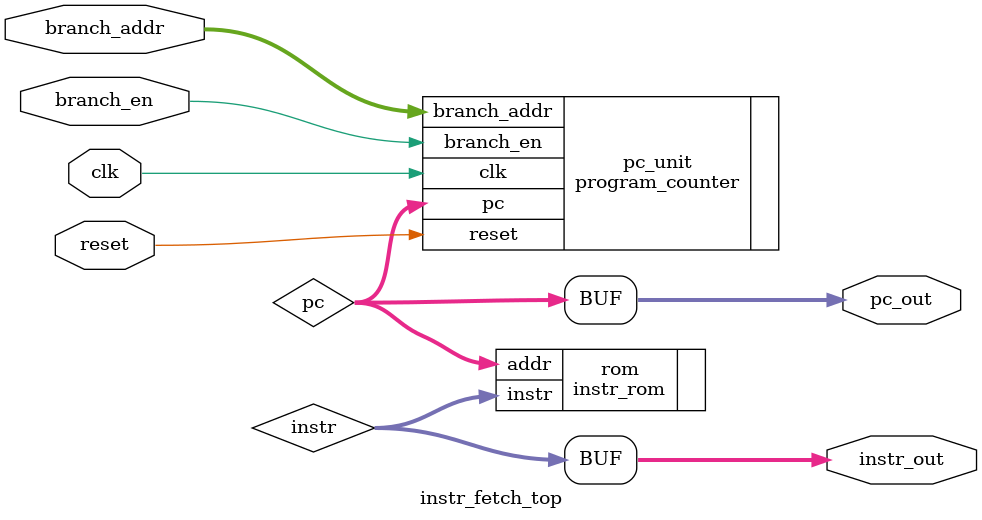
<source format=v>
module instr_fetch_top(
    input  wire clk,
    input  wire reset,

    // Branch interface
    input  wire branch_en,
    input  wire [7:0] branch_addr,

    // Outputs
    output wire [7:0] pc_out,
    output wire [15:0] instr_out
);

    wire [7:0] pc;
    wire [15:0] instr;

    // Program Counter
    program_counter #(.WIDTH(8)) pc_unit (
        .clk(clk),
        .reset(reset),
        .branch_en(branch_en),
        .branch_addr(branch_addr),
        .pc(pc)
    );

    // Instruction ROM
    instr_rom #(.ADDR_WIDTH(8), .DATA_WIDTH(16)) rom (
        .addr(pc),
        .instr(instr)
    );

    assign pc_out = pc;
    assign instr_out = instr;

endmodule

</source>
